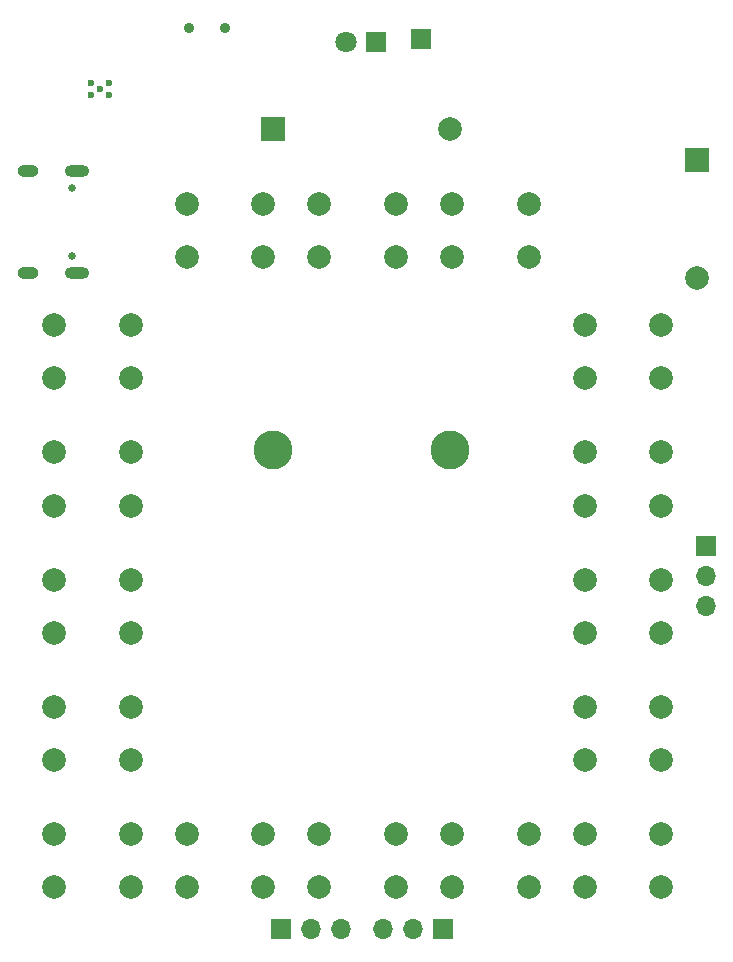
<source format=gbr>
%TF.GenerationSoftware,KiCad,Pcbnew,9.0.0*%
%TF.CreationDate,2025-07-21T17:32:05-04:00*%
%TF.ProjectId,shipwreckedpcb,73686970-7772-4656-936b-65647063622e,rev?*%
%TF.SameCoordinates,Original*%
%TF.FileFunction,Soldermask,Top*%
%TF.FilePolarity,Negative*%
%FSLAX46Y46*%
G04 Gerber Fmt 4.6, Leading zero omitted, Abs format (unit mm)*
G04 Created by KiCad (PCBNEW 9.0.0) date 2025-07-21 17:32:05*
%MOMM*%
%LPD*%
G01*
G04 APERTURE LIST*
%ADD10C,2.000000*%
%ADD11R,1.700000X1.700000*%
%ADD12R,1.800000X1.800000*%
%ADD13C,1.800000*%
%ADD14O,1.700000X1.700000*%
%ADD15R,2.000000X2.000000*%
%ADD16C,0.650000*%
%ADD17O,1.800000X1.000000*%
%ADD18O,2.100000X1.000000*%
%ADD19C,3.300000*%
%ADD20C,0.600000*%
%ADD21C,0.900000*%
G04 APERTURE END LIST*
D10*
%TO.C,SW5*%
X165909524Y-132100000D03*
X172409524Y-132100000D03*
X165909524Y-136600001D03*
X172409525Y-136600000D03*
%TD*%
%TO.C,SW7*%
X165909524Y-89000000D03*
X172409524Y-89000000D03*
X165909524Y-93500001D03*
X172409525Y-93500000D03*
%TD*%
%TO.C,SW13*%
X165909524Y-99775000D03*
X172409524Y-99775000D03*
X165909524Y-104275000D03*
X172409524Y-104275000D03*
%TD*%
%TO.C,SW18*%
X120959524Y-99775000D03*
X127459524Y-99775000D03*
X120959524Y-104275000D03*
X127459524Y-104275000D03*
%TD*%
D11*
%TO.C,AE1*%
X152050000Y-64800000D03*
%TD*%
D10*
%TO.C,SW16*%
X154672024Y-78750000D03*
X161172024Y-78750000D03*
X154672024Y-83250000D03*
X161172024Y-83250000D03*
%TD*%
%TO.C,SW14*%
X165909524Y-121325000D03*
X172409524Y-121325000D03*
X165909524Y-125825000D03*
X172409524Y-125825000D03*
%TD*%
D12*
%TO.C,D5*%
X148275000Y-65000000D03*
D13*
X145735000Y-65000000D03*
%TD*%
D10*
%TO.C,SW9*%
X120959524Y-89000000D03*
X127459524Y-89000000D03*
X120959524Y-93500001D03*
X127459525Y-93500000D03*
%TD*%
%TO.C,SW6*%
X165909524Y-110550000D03*
X172409524Y-110550000D03*
X165909524Y-115050000D03*
X172409524Y-115050000D03*
%TD*%
%TO.C,SW4*%
X143434524Y-132100000D03*
X149934524Y-132100000D03*
X143434524Y-136600000D03*
X149934524Y-136600000D03*
%TD*%
D11*
%TO.C,J9*%
X140184853Y-140125000D03*
D14*
X142724853Y-140125000D03*
X145264853Y-140125000D03*
%TD*%
D11*
%TO.C,J8*%
X153915147Y-140125000D03*
D14*
X151375147Y-140125000D03*
X148835147Y-140125000D03*
%TD*%
D11*
%TO.C,J5*%
X176175000Y-107725000D03*
D14*
X176175000Y-110265000D03*
X176175000Y-112805000D03*
%TD*%
D15*
%TO.C,BZ1*%
X175450000Y-75000000D03*
D10*
X175450000Y-85000000D03*
%TD*%
%TO.C,SW17*%
X120959524Y-121325000D03*
X127459524Y-121325000D03*
X120959524Y-125825000D03*
X127459524Y-125825000D03*
%TD*%
%TO.C,SW11*%
X154672024Y-132100000D03*
X161172024Y-132100000D03*
X154672024Y-136600000D03*
X161172024Y-136600000D03*
%TD*%
%TO.C,SW8*%
X143434524Y-78750000D03*
X149934524Y-78750000D03*
X143434524Y-83250000D03*
X149934524Y-83250000D03*
%TD*%
%TO.C,SW3*%
X120959524Y-132100000D03*
X127459524Y-132100000D03*
X120959524Y-136600001D03*
X127459525Y-136600000D03*
%TD*%
%TO.C,SW10*%
X120959524Y-110550000D03*
X127459524Y-110550000D03*
X120959524Y-115050000D03*
X127459524Y-115050000D03*
%TD*%
%TO.C,SW15*%
X132197024Y-78750000D03*
X138697024Y-78750000D03*
X132197024Y-83250000D03*
X138697024Y-83250000D03*
%TD*%
%TO.C,SW12*%
X132197024Y-132100000D03*
X138697024Y-132100000D03*
X132197024Y-136600000D03*
X138697024Y-136600000D03*
%TD*%
D16*
%TO.C,J1*%
X122465000Y-83140000D03*
X122465000Y-77360000D03*
D17*
X118785000Y-84570000D03*
D18*
X122965000Y-84570000D03*
D17*
X118785000Y-75930000D03*
D18*
X122965000Y-75930000D03*
%TD*%
D19*
%TO.C,BT1*%
X154545000Y-99565000D03*
X139555000Y-99565000D03*
D15*
X139555000Y-72400000D03*
D10*
X154545000Y-72400000D03*
%TD*%
D20*
%TO.C,U4*%
X125650000Y-68500000D03*
X124150000Y-68500000D03*
X124900000Y-69000000D03*
X125650000Y-69500000D03*
X124150000Y-69500000D03*
%TD*%
D21*
%TO.C,SW19*%
X132425000Y-63820000D03*
X135425000Y-63820000D03*
%TD*%
M02*

</source>
